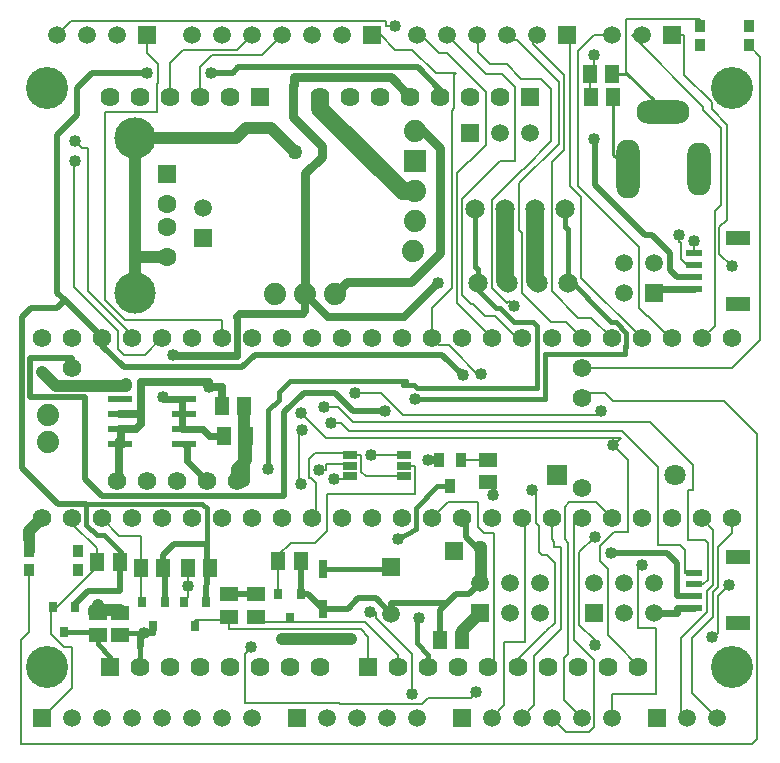
<source format=gtl>
G04 DipTrace 3.3.1.3*
G04 T4LSSArduinoShield.gtl*
%MOIN*%
G04 #@! TF.FileFunction,Copper,L1,Top*
G04 #@! TF.Part,Single*
G04 #@! TA.AperFunction,Conductor*
%ADD13C,0.02*%
%ADD14C,0.015*%
G04 #@! TA.AperFunction,ViaPad*
%ADD15C,0.04*%
G04 #@! TA.AperFunction,Conductor*
%ADD16C,0.023622*%
%ADD17C,0.025*%
%ADD18C,0.022*%
%ADD19C,0.01*%
%ADD20C,0.03*%
%ADD21C,0.008*%
%ADD22C,0.06*%
%ADD23C,0.035433*%
%ADD27R,0.051181X0.059055*%
G04 #@! TA.AperFunction,ComponentPad*
%ADD28R,0.059055X0.059055*%
%ADD29C,0.059055*%
%ADD30R,0.062992X0.062992*%
%ADD31C,0.062992*%
%ADD32C,0.137795*%
%ADD33R,0.06378X0.06378*%
%ADD34C,0.06378*%
%ADD35C,0.074*%
%ADD37R,0.031496X0.035433*%
%ADD38R,0.059055X0.051181*%
%ADD40R,0.07874X0.023622*%
G04 #@! TA.AperFunction,ComponentPad*
%ADD42C,0.06194*%
%ADD43C,0.074*%
%ADD44R,0.05X0.025*%
%ADD45R,0.07874X0.047244*%
%ADD46R,0.05315X0.023622*%
G04 #@! TA.AperFunction,ComponentPad*
%ADD47C,0.065199*%
%ADD48R,0.074X0.074*%
%ADD49R,0.031496X0.062992*%
%ADD50R,0.033465X0.051181*%
G04 #@! TA.AperFunction,ComponentPad*
%ADD51C,0.070866*%
%ADD52R,0.070866X0.070866*%
%ADD53O,0.07874X0.19685*%
%ADD54O,0.07874X0.177165*%
%ADD55O,0.177165X0.07874*%
%ADD57R,0.035433X0.03937*%
G04 #@! TA.AperFunction,ViaPad*
%ADD59C,0.05*%
%ADD60C,0.14*%
%FSLAX26Y26*%
G04*
G70*
G90*
G75*
G01*
G04 Top*
%LPD*%
X1897700Y1661700D2*
D13*
X1829700Y1729700D1*
X1203700D1*
X1160700Y1686700D1*
X766700D1*
X693700Y1759700D1*
Y1783700D1*
X1822834Y2588976D2*
Y2611566D1*
X1747700Y2686700D1*
X1148700D1*
X1130869Y2668869D1*
X1056834D1*
X898700Y1016700D2*
X903700D1*
Y906070D1*
X2391700Y1068700D2*
X2578755D1*
X2612039Y1035417D1*
Y924015D1*
X2668700D1*
X2333700Y2447700D2*
X2338700D1*
Y2294700D1*
X2504700Y2128700D1*
X2529700D1*
X2588700Y2069700D1*
Y2012700D1*
X2612385Y1989015D1*
X2668700D1*
X1893700Y1183700D2*
Y1178321D1*
X1909291Y1162730D1*
Y1120231D1*
X1939822Y1089700D1*
X1952700D1*
X1055700Y1016700D2*
X1045700D1*
Y1097700D1*
X935700D1*
X898700Y1060700D1*
Y1016700D1*
X753102Y1036700D2*
Y942700D1*
X649700D1*
X605700Y898700D1*
Y887700D1*
X1041700Y906070D2*
X1045700Y1016700D1*
X693700Y1783700D2*
Y1787700D1*
X571260Y1910140D1*
X545700Y1935700D1*
Y2460700D1*
X611810Y2526810D1*
Y2618869D1*
X661641Y2668700D1*
X845700D1*
X753102Y1036700D2*
D14*
X739700D1*
X756700Y1019700D1*
Y1071700D1*
X700700Y1127700D1*
X676700D1*
X641700Y1162700D1*
Y1232700D1*
X1029700D1*
X1045700Y1216700D1*
Y1097700D1*
X641700Y1232700D2*
D13*
X546700D1*
X426700Y1352700D1*
Y1853700D1*
X456700Y1883700D1*
X544821D1*
X571260Y1910140D1*
X1357700Y933070D2*
Y1042700D1*
X1432700Y881771D2*
X1514771D1*
X1549700Y916700D1*
X1606960D1*
X1658700Y864960D1*
Y902700D1*
X1844304D1*
X1873304Y931700D1*
X1916700D1*
X1953700Y968700D1*
X1357700Y933070D2*
X1381401D1*
X1432700Y881771D1*
X1952700Y1089700D2*
D15*
X1956700D1*
Y965700D1*
X1953700Y968700D1*
X1819897Y777700D2*
D13*
Y878293D1*
X1844304Y902700D1*
X1100897Y1457700D2*
D16*
X1052885D1*
X1029885Y1480700D1*
X968700D1*
Y1580700D2*
X898700D1*
Y1587700D1*
X493700Y1671188D2*
D15*
X540188Y1624700D1*
X774700D1*
Y1632700D1*
X968700Y1480700D2*
D16*
X960700D1*
Y1530700D1*
X968700D1*
X898700Y1580700D2*
X960700D1*
Y1530700D1*
X1372700Y1931700D2*
D17*
Y1874700D1*
X1363700Y1865700D1*
X1155700D1*
X1143700Y1853700D1*
D18*
Y1725700D1*
D17*
X942772D1*
Y1728700D1*
X931700D1*
X1119700Y931102D2*
D13*
X1206700D1*
D19*
X1119700D1*
X1525700Y781700D2*
D15*
X1295700D1*
X680700Y869102D2*
X669562D1*
Y876700D1*
X755700D1*
Y869102D1*
X669562Y876700D2*
X682700D1*
Y893700D1*
X1815700Y1967700D2*
D17*
X1702672Y1854672D1*
X1449728D1*
X1372700Y1931700D1*
D20*
Y2335700D1*
X1426700Y2389700D1*
Y2424700D1*
X1330700Y2520700D1*
Y2629700D1*
X1333700Y2626700D1*
Y2653700D1*
X1658109D1*
X1722834Y2588976D1*
X2693700Y1183700D2*
D21*
X2731700Y1145700D1*
Y962700D1*
X2711700Y942700D1*
Y870700D1*
X2625700Y784700D1*
Y518700D1*
X2643700D1*
X2336700Y1121700D2*
X2285700Y1070700D1*
Y827700D1*
X2336700Y776700D1*
Y761700D1*
X1993700Y518700D2*
X2035228Y560228D1*
Y772002D1*
X2105700D1*
Y1183700D1*
X2093700D1*
X2793700D2*
Y1134850D1*
X2747700Y1088850D1*
Y953700D1*
X2730700Y936700D1*
Y854700D1*
X2660700Y784700D1*
Y601700D1*
X2743700Y518700D1*
X2593700Y2793700D2*
X2635700D1*
Y2661700D1*
X2726700Y2570700D1*
Y2546700D1*
X2777700Y2495700D1*
Y2178822D1*
X2752672Y2153794D1*
Y2064794D1*
X2793700Y2023767D1*
X2693700Y1783700D2*
X2695703D1*
X2736672Y1824670D1*
Y2207027D1*
X2757700Y2228054D1*
Y2485700D1*
X2699700Y2543700D1*
Y2555700D1*
X2461700Y2793700D1*
X2493700D1*
X2593700Y1783700D2*
X2588700D1*
X2513700Y1858700D1*
X2512700D1*
X2485700Y1885700D1*
Y2086700D1*
X2281700Y2290700D1*
Y2740700D1*
X2335700Y2794700D1*
X2394700D1*
X2393700Y2793700D1*
X2243700D2*
Y2790700D1*
X2253700D1*
Y2291700D1*
X2292302Y2253098D1*
Y1985098D1*
X2493700Y1783700D1*
X2143700Y2793700D2*
X2132700D1*
Y2764700D1*
X2235700Y2661700D1*
Y2411700D1*
X2194302Y2370302D1*
Y1940098D1*
X2281728Y1852672D1*
X2324728D1*
X2393700Y1783700D1*
X2043700Y2793700D2*
Y2789700D1*
X2034700Y2798700D1*
X2043700D1*
X2064700Y2777700D1*
X2077700D1*
X2216700Y2638700D1*
Y2432700D1*
X2086302Y2302302D1*
Y2143983D1*
X2094302Y2135983D1*
Y1935098D1*
X2192728Y1836672D1*
X2240728D1*
X2293700Y1783700D1*
X2068700Y1890700D2*
X2050351Y1909049D1*
X2043351Y1902049D1*
X1993700Y1951700D1*
Y2243700D1*
X2099700Y2349700D1*
X2100700D1*
X2191700Y2440700D1*
Y2615700D1*
X2157700Y2649700D1*
X2092700D1*
X2045700Y2696700D1*
X1986700D1*
X1946700Y2736700D1*
Y2793700D1*
X1943700D1*
X1743700D2*
Y2809700D1*
X1817700Y2735700D1*
X1843700D1*
X1974700Y2604700D1*
Y2428700D1*
X1920700Y2374700D1*
X1917700D1*
X1876700Y2333700D1*
Y1900700D1*
X1993700Y1783700D1*
X593700Y1183700D2*
X585700D1*
X595700Y1173700D1*
Y1164700D1*
X676700Y1083700D1*
Y1036700D1*
X678298D1*
X530897Y887700D2*
X524700Y881503D1*
Y797700D1*
X566700Y755700D1*
X593810D1*
Y618810D1*
X493700Y518700D1*
X678298Y1036700D2*
X693700D1*
X535700Y878700D1*
Y887700D1*
X530897D1*
X2247700Y1967700D2*
D14*
Y2148098D1*
X2239700Y2156098D1*
Y2214700D1*
X722834Y688976D2*
Y721566D1*
X680700Y763700D1*
Y794298D1*
X568298Y805023D2*
X669976D1*
X680700Y794298D1*
X1736700Y1580700D2*
X2170447D1*
Y1731700D1*
X2439700D1*
Y1756700D1*
X2441700Y1754700D1*
Y1801700D1*
X2406700Y1836700D1*
X2392700D1*
X2311700Y1917700D1*
X2313700D1*
X2263700Y1967700D1*
X2247700D1*
X823897Y1016700D2*
D21*
Y1124700D1*
X752700D1*
X693700Y1183700D1*
X823897Y1016700D2*
Y911070D1*
X828897Y906070D1*
X1947700Y1967700D2*
D14*
Y2014302D1*
X1939700Y2022302D1*
Y2214700D1*
X755700Y794298D2*
Y800700D1*
X824700D1*
Y762700D1*
Y780098D1*
X822834Y778231D1*
Y688976D1*
X866298Y823393D2*
Y800700D1*
X755700D1*
X1947700Y1967700D2*
Y1944700D1*
X2008700Y1883700D1*
X2021700D1*
X2066700Y1838700D1*
X2131700D1*
X2144700Y1825700D1*
Y1619700D1*
X1745700D1*
X1735700Y1629700D1*
X1698700D1*
X1709700Y1640700D1*
X1321700D1*
X1284700Y1603700D1*
Y1578700D1*
X1249700Y1543700D1*
Y1348700D1*
X833700Y800700D2*
X816700D1*
Y754700D1*
X824700Y762700D1*
X1782834Y688976D2*
Y729566D1*
X1744700Y767700D1*
Y844700D1*
X1751700Y851700D1*
X1727700Y597700D2*
D21*
X1726724Y598676D1*
Y732676D1*
X1606700Y852700D1*
Y872700D1*
X1586700D1*
X1982834Y688976D2*
X2002700Y708842D1*
Y1134700D1*
X1969700D1*
X1949700Y1154700D1*
Y1238672D1*
X1848672D1*
X1793700Y1183700D1*
X2082834Y688976D2*
Y715834D1*
X2173700Y806700D1*
X2175700D1*
X2203700Y834700D1*
Y1035700D1*
X2177700Y1061700D1*
X2160700D1*
X2151700Y1070700D1*
Y1158700D1*
X2142700Y1167700D1*
Y1266700D1*
X2129700Y1279700D1*
X1958700Y1664700D2*
Y1652700D1*
X1850700Y1760700D1*
X1816700D1*
X1793700Y1783700D1*
Y1885700D1*
X1860700Y1952700D1*
Y2542700D1*
X1869700Y2551700D1*
Y2662700D1*
X1873700Y2666700D1*
X1806700D1*
X1727700Y2745700D1*
X1672700D1*
X1624700Y2793700D1*
X1593700D1*
X1022834Y2588976D2*
Y2686869D1*
X1062665Y2726700D1*
X1226700D1*
X1293700Y2793700D1*
X1456700Y1501700D2*
X1490700D1*
X1518700Y1473700D1*
X2428700D1*
X2548700Y1353700D1*
Y1094850D1*
X2621850D1*
X2637850Y1078850D1*
Y1002755D1*
X2668700D1*
X922834Y2588976D2*
Y2702869D1*
X965665Y2745700D1*
X1145700D1*
X1193700Y2793700D1*
X1434700Y1554700D2*
X1481700D1*
X1530700Y1505700D1*
X2520672D1*
X2663700Y1362672D1*
Y1279321D1*
X2646700D1*
Y1110850D1*
X2705590D1*
X2713700Y1102739D1*
Y977700D1*
X2699385Y963385D1*
X2668700D1*
X1536700Y1600700D2*
X1624700D1*
X1698700Y1526700D1*
X2357700D1*
Y1542700D1*
X2617700Y2128700D2*
Y2105249D1*
X2625700D1*
Y2048700D1*
X2646015Y2028385D1*
X2668700D1*
X1356700Y1297700D2*
X1350708D1*
Y1479700D1*
X1361700D1*
X1190700Y754700D2*
X1172700Y731470D1*
Y566700D1*
X1489700D1*
X1488700Y565700D1*
X1662700D1*
X1663700Y564700D1*
X1760700D1*
X1781700Y585700D1*
X1924700D1*
X1942700Y603700D1*
X2482834Y688976D2*
Y692566D1*
X2410700Y764700D1*
Y765700D1*
X2381700Y794700D1*
Y1015700D1*
X2354700Y1042700D1*
Y1091700D1*
X2401700Y1138700D1*
X2448700D1*
Y1376700D1*
X2398700Y1426700D1*
X2423700Y1451700D1*
X1441700D1*
X1358700Y1534700D1*
X2668700Y2067755D2*
Y2107700D1*
X2669700Y2108700D1*
X843700Y2793700D2*
Y2736271D1*
X880700Y2699271D1*
Y2635046D1*
X877700D1*
Y2538700D1*
X705700D1*
Y1910700D1*
X770700Y1845700D1*
X1093700D1*
Y1783700D1*
X605700Y2373700D2*
X602700Y2370700D1*
Y1953700D1*
X748700Y1807700D1*
Y1749700D1*
X768700Y1729700D1*
X837700D1*
X892700Y1784700D1*
X893700Y1783700D1*
X543700Y2793700D2*
X591700Y2841700D1*
X1641738D1*
Y2824700D1*
X1672700D1*
X2335700Y2728700D2*
Y2665700D1*
X2320700D1*
Y2587700D1*
X2324897D1*
X793700Y1783700D2*
Y1795700D1*
X646700Y1942700D1*
Y2416700D1*
X628700D1*
X604700Y2440700D1*
X2093700Y518700D2*
X2135228Y560228D1*
Y725228D1*
X2223700Y813700D1*
Y1086700D1*
X2200700D1*
Y1106078D1*
X2193700Y1113078D1*
Y1183700D1*
Y518700D2*
X2240700Y471700D1*
X2319228D1*
X2335228Y487700D1*
Y712106D1*
X2267700Y779633D1*
Y1183700D1*
X2293700D1*
Y518700D2*
X2235228Y577172D1*
Y718369D1*
X2248700Y731842D1*
Y1101413D1*
X2236672Y1113440D1*
Y1220672D1*
X2252672Y1236672D1*
X2340728D1*
X2393700Y1183700D1*
X2495700Y1026700D2*
X2481700D1*
Y816700D1*
X2541700D1*
Y598149D1*
X2393700D1*
Y518700D1*
X2785590Y960665D2*
X2748700Y923775D1*
Y802700D1*
X2732700Y786700D1*
X2729700D1*
X2093700Y1783700D2*
X2076700D1*
X2003700Y1856700D1*
X1970700D1*
X1930700Y1896700D1*
X1924700D1*
X1894700Y1926700D1*
Y2248700D1*
X2021700Y2375700D1*
X2071700D1*
Y2621700D1*
X2029700Y2663700D1*
X1973700D1*
X1843700Y2793700D1*
X1468700Y1315700D2*
X1522700D1*
Y1323700D1*
X1393700Y1183700D2*
X1407700D1*
Y1301700D1*
X1389955Y1319445D1*
X1384700D1*
Y1381700D1*
X1405700Y1402700D1*
X1522700D1*
Y1393700D1*
X1559700D1*
Y1339700D1*
X1575700Y1323700D1*
X1700700D1*
X1591700Y1393700D2*
X1700700D1*
X1043700Y1308700D2*
D16*
X977700Y1374700D1*
Y1430700D1*
X968700D1*
X1175700Y1457700D2*
D15*
Y1379700D1*
X1143700Y1347700D1*
Y1308700D1*
X2533700Y868700D2*
D16*
X2612039D1*
Y884645D1*
X2668700D1*
X1143700Y1308700D2*
D15*
X1168700D1*
Y1557700D1*
X2535700Y1935700D2*
D16*
X2549645Y1949645D1*
X2668700D1*
X805054Y2452361D2*
D15*
Y2065436D1*
Y1935039D1*
X911747Y2055905D2*
X814586D1*
X805054Y2065436D1*
Y2452361D2*
X1140361D1*
X1173700Y2485700D1*
X1257700D1*
X1337700Y2405700D1*
X1894700Y777700D2*
Y809700D1*
X1953700Y868700D1*
X1816897Y1376700D2*
D17*
X1780165D1*
X2395503Y2665700D2*
D19*
X2445700D1*
X2533700Y2577700D1*
Y2571724D1*
X2565810Y2539613D1*
X2139700Y2214700D2*
D22*
Y1975700D1*
X2147700Y1967700D1*
X452991Y1075196D2*
D23*
Y1114881D1*
D15*
Y1142991D1*
X493700Y1183700D1*
X2688700Y2824692D2*
D21*
Y2848700D1*
X2442700D1*
Y2671495D1*
X2448495Y2665700D1*
X2445700D1*
X1432700Y1015629D2*
D14*
X1651889D1*
X1658700Y1022440D1*
X1854298Y1290086D2*
X1811086D1*
X1740700Y1219700D1*
Y1149700D1*
X1680700Y1113700D1*
X1891700Y1376700D2*
D21*
X1979700D1*
X1981700Y1378700D1*
X1472700Y1931700D2*
D20*
X1511700Y1970700D1*
X1723700D1*
X1820700Y2067700D1*
Y2418700D1*
X1760700Y2478700D1*
X1740700D1*
X1736700Y2474700D1*
X2293700Y1683700D2*
D21*
X2795700D1*
X2889700Y1777700D1*
Y2722117D1*
X2850117Y2761700D1*
X452991Y1012204D2*
Y804991D1*
X425700Y777700D1*
Y433700D1*
X424700Y432700D1*
X2861700D1*
X2878700Y449700D1*
Y1464700D1*
X2769700Y1573700D1*
X2398700D1*
X2370700Y1601700D1*
X2311700D1*
X2293700Y1583700D1*
X1119700Y856298D2*
Y814700D1*
X1283700D1*
X1284700Y813700D1*
X1557700D1*
X1582834Y788566D1*
Y688976D1*
X1004298Y823393D2*
Y844700D1*
X1119700D1*
Y856298D1*
X980897Y1016700D2*
Y920070D1*
X966897Y906070D1*
X1522700Y1358700D2*
Y1363700D1*
X1441491D1*
Y1343700D1*
X1416700D1*
X980700Y956700D2*
Y1016503D1*
X980897Y1016700D1*
X1320298Y850393D2*
Y836700D1*
X1206700D1*
Y856298D1*
Y837700D1*
X1571700D1*
X1682834Y726566D1*
Y688976D1*
X1282897Y1042700D2*
Y1059897D1*
X1325700Y1102700D1*
X1405700D1*
X1444700Y1141700D1*
Y1263459D1*
X1737700D1*
Y1358700D1*
X1700700D1*
X1282897Y933070D2*
X1282700D1*
Y1042700D1*
X1282897D1*
X1997700Y1262700D2*
D14*
Y1287897D1*
X1981700Y1303897D1*
X1736700Y2274700D2*
D22*
X1697700D1*
X1422834Y2549566D1*
Y2588976D1*
X2399700Y2587700D2*
D19*
Y2394700D1*
X2447700Y2346700D1*
X2039700Y2214700D2*
D22*
Y1975700D1*
X2047700Y1967700D1*
X1636672Y1542523D2*
D13*
X1530877D1*
X1470700Y1602700D1*
X1366700D1*
X1301700Y1537700D1*
Y1259700D1*
X693700D1*
X639700Y1313700D1*
Y1586700D1*
X454700D1*
Y1718700D1*
X593700D1*
Y1683700D1*
X743700Y1308700D2*
D17*
X752700Y1317700D1*
Y1442700D1*
X764700Y1430700D1*
X756102D1*
Y1480700D2*
X807476D1*
X823476Y1496700D1*
Y1530700D1*
Y1636700D1*
X1050672D1*
Y1622511D1*
X1093897D1*
Y1557700D1*
X823476Y1530700D2*
X756102D1*
Y1430700D2*
X757700D1*
Y1480700D1*
X756102D1*
D15*
X931700Y1728700D3*
X1525700Y781700D3*
X1295700D3*
X1206700Y931102D3*
X1815700Y1967700D3*
X1736700Y1580700D3*
X1249700Y1348700D3*
X833700Y800700D3*
X1751700Y851700D3*
X2129700Y1279700D3*
X1958700Y1664700D3*
X1190700Y754700D3*
X1942700Y603700D3*
X1358700Y1534700D3*
X2669700Y2108700D3*
X2398700Y1426700D3*
X1672700Y2824700D3*
X2335700Y2728700D3*
X604700Y2440700D3*
D59*
X1337700Y2405700D3*
D15*
X1780165Y1376700D3*
D3*
X1680700Y1113700D3*
X1416700Y1343700D3*
X980700Y956700D3*
X1997700Y1262700D3*
D60*
X2795275Y688976D3*
X511810D3*
Y2618109D3*
X2795275D3*
D15*
X845700Y2668700D3*
X1056834Y2668869D3*
X1897700Y1661700D3*
X2391700Y1068700D3*
X1952700Y1089700D3*
X2333700Y2447700D3*
X774700Y1632700D3*
X493700Y1671188D3*
X682700Y893700D3*
X898700Y1587700D3*
X2336700Y761700D3*
Y1121700D3*
X2068700Y1890700D3*
X1586700Y872700D3*
X1727700Y597700D3*
X1456700Y1501700D3*
X1434700Y1554700D3*
X2357700Y1542700D3*
X2617700Y2128700D3*
X1536700Y1600700D3*
X605700Y2373700D3*
X1468700Y1315700D3*
X1591700Y1393700D3*
X1636672Y1542523D3*
X1050672Y1622511D3*
X2793700Y2023767D3*
X1361700Y1479700D3*
X1356700Y1297700D3*
X2495700Y1026700D3*
X2729700Y786700D3*
X2785590Y960665D3*
D27*
X1168700Y1557700D3*
X1093897D3*
X1175700Y1457700D3*
X1100897D3*
D28*
X1593700Y2793700D3*
D29*
X1493700D3*
X1393700D3*
X1293700D3*
X1193700D3*
X1093700D3*
X993700D3*
D28*
X843700D3*
D29*
X743700D3*
X643700D3*
X543700D3*
D28*
X493700Y518700D3*
D29*
X593700D3*
X693700D3*
X793700D3*
X893700D3*
X993700D3*
X1093700D3*
X1193700D3*
D28*
X1343700D3*
D29*
X1443700D3*
X1543700D3*
X1643700D3*
X1743700D3*
D28*
X1922830Y2468700D3*
D29*
X2022830D3*
X2122830D3*
D30*
X911747Y2331495D3*
D31*
Y2233070D3*
Y2154330D3*
Y2055905D3*
D32*
X805054Y2452361D3*
Y1935039D3*
D33*
X1222834Y2588976D3*
D34*
X1122834D3*
X1022834D3*
X922834D3*
X822834D3*
X722834D3*
D33*
X2122834D3*
D34*
X2022834D3*
X1922834D3*
X1822834D3*
X1722834D3*
X1622834D3*
X1522834D3*
X1422834D3*
D33*
X722834Y688976D3*
D34*
X822834D3*
X922834D3*
X1022834D3*
X1122834D3*
X1222834D3*
X1322834D3*
X1422834D3*
D33*
X1582834D3*
D34*
X1682834D3*
X1782834D3*
X1882834D3*
X1982834D3*
X2082834D3*
X2182834D3*
X2282834D3*
X2382834D3*
X2482834D3*
D28*
X1893700Y518700D3*
D29*
X1993700D3*
X2093700D3*
X2193700D3*
X2293700D3*
X2393700D3*
D28*
X2543700D3*
D29*
X2643700D3*
X2743700D3*
D28*
X2243700Y2793700D3*
D29*
X2143700D3*
X2043700D3*
X1943700D3*
X1843700D3*
X1743700D3*
D28*
X1031700Y2118700D3*
D29*
Y2218700D3*
D35*
X1272700Y1931700D3*
X1372700D3*
X1472700D3*
D37*
X1041700Y906070D3*
X966897D3*
X1004298Y823393D3*
X605700Y887700D3*
X530897D3*
X568298Y805023D3*
X903700Y906070D3*
X828897D3*
X866298Y823393D3*
X1357700Y933070D3*
X1282897D3*
X1320298Y850393D3*
D27*
X2399700Y2587700D3*
X2324897D3*
X2320700Y2665700D3*
X2395503D3*
X1357700Y1042700D3*
X1282897D3*
X980897Y1016700D3*
X1055700D3*
D38*
X1119700Y856298D3*
Y931102D3*
X1206700Y856298D3*
Y931102D3*
D27*
X898700Y1016700D3*
X823897D3*
X678298Y1036700D3*
X753102D3*
D38*
X680700Y794298D3*
Y869102D3*
X755700Y794298D3*
Y869102D3*
D40*
X968700Y1430700D3*
Y1480700D3*
Y1530700D3*
Y1580700D3*
X756102D3*
Y1530700D3*
Y1480700D3*
Y1430700D3*
D42*
X493700Y1183700D3*
X593700D3*
X693700D3*
X793700D3*
X893700D3*
X993700D3*
X1093700D3*
X1193700D3*
X1293700D3*
X1393700D3*
X1493700D3*
X1593700D3*
X1693700D3*
X1793700D3*
X2293700Y1283700D3*
X593700Y1683700D3*
D43*
X515700Y1528700D3*
Y1438700D3*
D42*
X2093700Y1783700D3*
X1793700D3*
X1693700D3*
X1593700D3*
X1493700D3*
X1393700D3*
X1293700D3*
X1193700D3*
X1093700D3*
X993700D3*
X893700D3*
X793700D3*
X693700D3*
X593700D3*
X493700D3*
X2293700Y1683700D3*
X743700Y1308700D3*
X843700D3*
X943700D3*
X2393700Y1183700D3*
X2493700D3*
X2293700D3*
X2193700D3*
X2093700D3*
X1993700D3*
X2593700D3*
X2693700D3*
X2793700D3*
Y1783700D3*
X1893700Y1183700D3*
X2693700Y1783700D3*
X1893700D3*
X2593700D3*
X2393700D3*
X2293700D3*
X2193700D3*
X2493700D3*
X1993700D3*
X2293700Y1583700D3*
X1043700Y1308700D3*
X1143700D3*
D44*
X1522700Y1323700D3*
Y1358700D3*
Y1393700D3*
X1700700Y1323700D3*
Y1358700D3*
Y1393700D3*
D28*
X1953700Y868700D3*
D29*
Y968700D3*
X2053700Y868700D3*
Y968700D3*
X2153700Y868700D3*
Y968700D3*
D28*
X2333700Y868700D3*
D29*
Y968700D3*
X2433700Y868700D3*
Y968700D3*
X2533700Y868700D3*
Y968700D3*
D28*
X2593700Y2793700D3*
D29*
X2493700D3*
X2393700D3*
D45*
X2813385Y1898464D3*
Y2118936D3*
D46*
X2668700Y1949645D3*
Y1989015D3*
Y2028385D3*
Y2067755D3*
D45*
X2813385Y833464D3*
Y1053936D3*
D46*
X2668700Y884645D3*
Y924015D3*
Y963385D3*
Y1002755D3*
D47*
X2239700Y2214700D3*
X2139700D3*
X2039700D3*
X1939700D3*
X2247700Y1967700D3*
X2147700D3*
X2047700D3*
X1947700D3*
D35*
X1736700Y2474700D3*
D48*
Y2374700D3*
D35*
Y2274700D3*
Y2174700D3*
X1731700Y2074700D3*
D28*
X2535700Y1935700D3*
D29*
X2435700D3*
X2535700Y2035700D3*
X2435700D3*
D28*
X1658700Y1022440D3*
D29*
Y864960D3*
D27*
X1819897Y777700D3*
X1894700D3*
D49*
X1432700Y881771D3*
Y1015629D3*
D28*
X1867700Y1075700D3*
D50*
X1891700Y1376700D3*
X1816897D3*
X1854298Y1290086D3*
D38*
X1981700Y1378700D3*
Y1303897D3*
D51*
X2603700Y1327700D3*
D52*
X2210787D3*
D53*
X2447700Y2346700D3*
D54*
X2683920D3*
D55*
X2565810Y2539613D3*
D57*
X2688700Y2761700D3*
X2850117D3*
Y2824692D3*
X2688700D3*
X452991Y1012204D3*
X614409D3*
Y1075196D3*
X452991D3*
M02*

</source>
